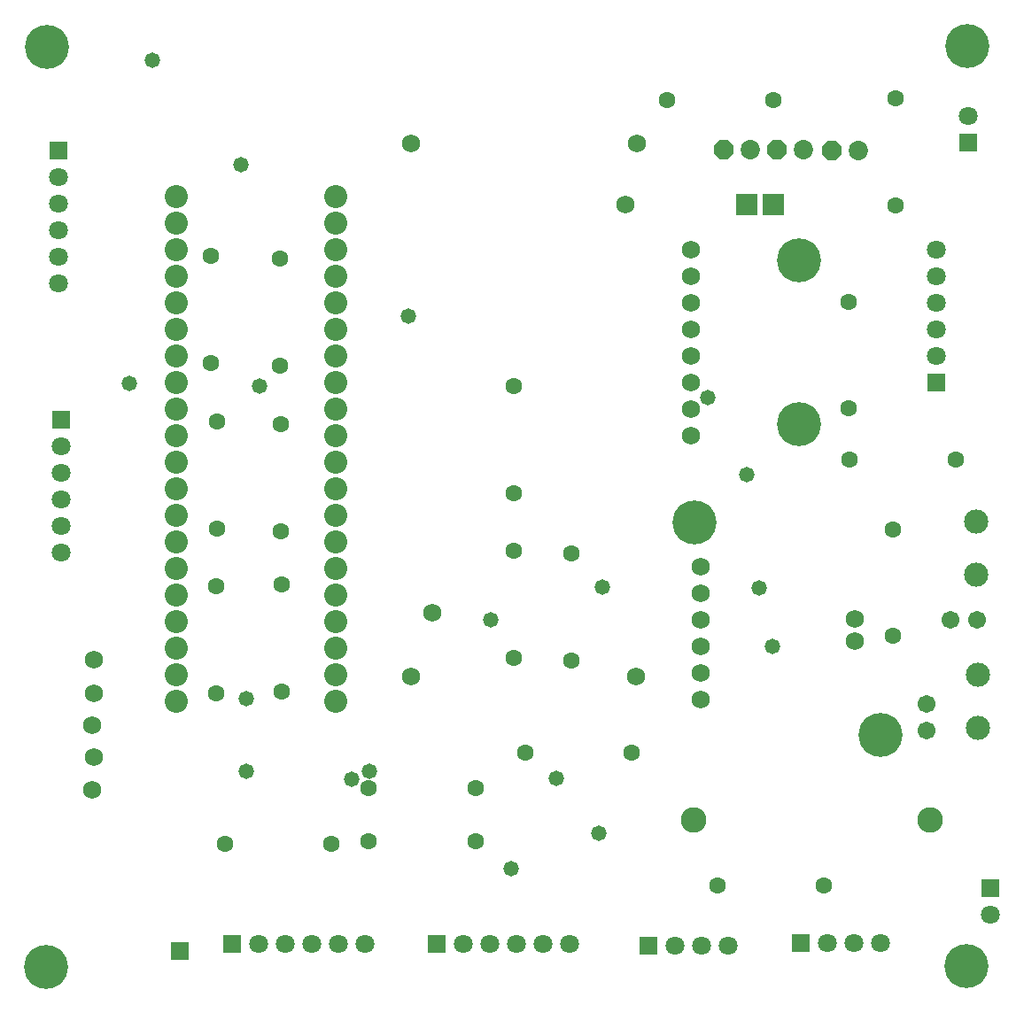
<source format=gbs>
G04*
G04 #@! TF.GenerationSoftware,Altium Limited,Altium Designer,21.9.2 (33)*
G04*
G04 Layer_Color=16711935*
%FSTAX24Y24*%
%MOIN*%
G70*
G04*
G04 #@! TF.SameCoordinates,B016B879-35A3-4FB3-9991-AC620A3742E7*
G04*
G04*
G04 #@! TF.FilePolarity,Negative*
G04*
G01*
G75*
%ADD23R,0.0789X0.0789*%
%ADD24P,0.0790X8X22.5*%
%ADD25C,0.0730*%
%ADD26C,0.0631*%
%ADD27C,0.0680*%
%ADD28C,0.0966*%
%ADD29C,0.0710*%
%ADD30R,0.0710X0.0710*%
%ADD31C,0.0671*%
%ADD32O,0.0867X0.0867*%
%ADD33C,0.0911*%
%ADD34R,0.0710X0.0710*%
%ADD35C,0.1655*%
%ADD36C,0.0580*%
D23*
X06722Y043551D02*
D03*
X06622D02*
D03*
D24*
X069426Y045575D02*
D03*
X067352Y045622D02*
D03*
X065352D02*
D03*
D25*
X070426Y045575D02*
D03*
X068352Y045622D02*
D03*
X066352D02*
D03*
D26*
X048732Y029244D02*
D03*
Y025228D02*
D03*
X046252Y029181D02*
D03*
Y025165D02*
D03*
X048701Y035276D02*
D03*
Y03126D02*
D03*
X046283Y031362D02*
D03*
Y035378D02*
D03*
X048669Y037496D02*
D03*
Y041512D02*
D03*
X046063Y037591D02*
D03*
Y041606D02*
D03*
X07174Y031331D02*
D03*
Y027315D02*
D03*
X057472Y032693D02*
D03*
Y036709D02*
D03*
X057457Y03052D02*
D03*
Y026504D02*
D03*
X05963Y026402D02*
D03*
Y030417D02*
D03*
X070087Y033961D02*
D03*
X074102D02*
D03*
X050598Y01948D02*
D03*
X046583D02*
D03*
X057882Y022937D02*
D03*
X061898D02*
D03*
X063213Y047496D02*
D03*
X067228D02*
D03*
X056024Y021598D02*
D03*
X052008D02*
D03*
Y019575D02*
D03*
X056024D02*
D03*
X071835Y047551D02*
D03*
Y043535D02*
D03*
X070055Y03989D02*
D03*
Y035874D02*
D03*
X069142Y017913D02*
D03*
X065126D02*
D03*
D27*
X054404Y028201D02*
D03*
X061654Y043551D02*
D03*
X053604Y025801D02*
D03*
X062054D02*
D03*
X053604Y045851D02*
D03*
X062104D02*
D03*
X041598Y021511D02*
D03*
X041648Y026411D02*
D03*
Y025161D02*
D03*
X041598Y023961D02*
D03*
X041648Y022761D02*
D03*
X064123Y034841D02*
D03*
Y035841D02*
D03*
Y036841D02*
D03*
Y037841D02*
D03*
Y038841D02*
D03*
Y039841D02*
D03*
Y040841D02*
D03*
Y041841D02*
D03*
X070295Y027972D02*
D03*
Y027122D02*
D03*
X064495Y029922D02*
D03*
Y028922D02*
D03*
Y027922D02*
D03*
Y026922D02*
D03*
Y025922D02*
D03*
Y024922D02*
D03*
D28*
X073126Y020378D02*
D03*
X064228D02*
D03*
D29*
X075409Y016827D02*
D03*
X040334Y043598D02*
D03*
Y044598D02*
D03*
Y042598D02*
D03*
Y041598D02*
D03*
Y040598D02*
D03*
X065526Y015667D02*
D03*
X063526D02*
D03*
X064526D02*
D03*
X071276Y015767D02*
D03*
X069276D02*
D03*
X070276D02*
D03*
X040417Y030449D02*
D03*
Y031449D02*
D03*
Y032449D02*
D03*
Y034449D02*
D03*
Y033449D02*
D03*
X051876Y015717D02*
D03*
X050876D02*
D03*
X049876D02*
D03*
X047876D02*
D03*
X048876D02*
D03*
X073378Y038843D02*
D03*
Y037843D02*
D03*
Y039843D02*
D03*
Y040843D02*
D03*
Y041843D02*
D03*
X056576Y015717D02*
D03*
X055576D02*
D03*
X057576D02*
D03*
X058576D02*
D03*
X059576D02*
D03*
X074551Y046905D02*
D03*
D30*
X075409Y017827D02*
D03*
X040334Y045598D02*
D03*
X040417Y035449D02*
D03*
X044906Y015457D02*
D03*
X073378Y036843D02*
D03*
X074551Y045905D02*
D03*
D31*
X074894Y027913D02*
D03*
X073894D02*
D03*
X072984Y024744D02*
D03*
Y023744D02*
D03*
D32*
X050762Y04087D02*
D03*
Y04187D02*
D03*
Y04387D02*
D03*
Y03987D02*
D03*
Y04287D02*
D03*
Y03887D02*
D03*
X044772Y028866D02*
D03*
Y024866D02*
D03*
Y027866D02*
D03*
Y026866D02*
D03*
Y025866D02*
D03*
Y029866D02*
D03*
Y030866D02*
D03*
Y032866D02*
D03*
Y033866D02*
D03*
Y034866D02*
D03*
Y031866D02*
D03*
Y035866D02*
D03*
Y037866D02*
D03*
Y043866D02*
D03*
Y042866D02*
D03*
Y041866D02*
D03*
Y040866D02*
D03*
Y036866D02*
D03*
Y039866D02*
D03*
Y038866D02*
D03*
X050762Y02887D02*
D03*
Y02486D02*
D03*
Y02787D02*
D03*
Y02687D02*
D03*
Y02587D02*
D03*
Y02987D02*
D03*
Y03487D02*
D03*
Y03787D02*
D03*
Y03687D02*
D03*
Y03587D02*
D03*
Y03387D02*
D03*
Y03287D02*
D03*
Y03187D02*
D03*
Y03087D02*
D03*
D33*
X07485Y031638D02*
D03*
Y029638D02*
D03*
X074913Y02585D02*
D03*
Y02385D02*
D03*
D34*
X062526Y015667D02*
D03*
X068276Y015767D02*
D03*
X046876Y015717D02*
D03*
X054576D02*
D03*
D35*
X039874Y014858D02*
D03*
X039882Y049504D02*
D03*
X07125Y023583D02*
D03*
X06426Y031591D02*
D03*
X074504Y01489D02*
D03*
X074535Y049528D02*
D03*
X068197Y041472D02*
D03*
Y035291D02*
D03*
D36*
X057346Y018559D02*
D03*
X059078Y02197D02*
D03*
X0566Y027931D02*
D03*
X04719Y04505D02*
D03*
X04788Y03672D02*
D03*
X0672Y026922D02*
D03*
X05204Y02223D02*
D03*
X04387Y049D02*
D03*
X060678Y01988D02*
D03*
X05136Y02192D02*
D03*
X04739Y02222D02*
D03*
Y02494D02*
D03*
X06477Y03629D02*
D03*
X06623Y03339D02*
D03*
X06668Y02911D02*
D03*
X06081Y02916D02*
D03*
X04301Y03682D02*
D03*
X05349Y03934D02*
D03*
M02*

</source>
